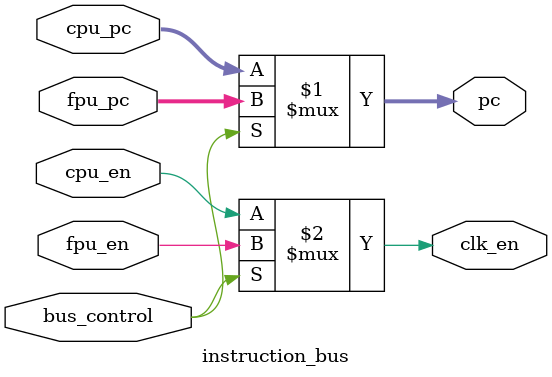
<source format=v>
module instruction_bus (bus_control, cpu_pc, cpu_en, fpu_pc, fpu_en, pc, clk_en);

  input cpu_en, fpu_en, bus_control;
  input [31:0] cpu_pc, fpu_pc;
  output [31:0] pc;
  output clk_en;

  assign pc = (bus_control) ? fpu_pc : cpu_pc;
  assign clk_en = (bus_control) ? fpu_en : cpu_en;

endmodule

</source>
